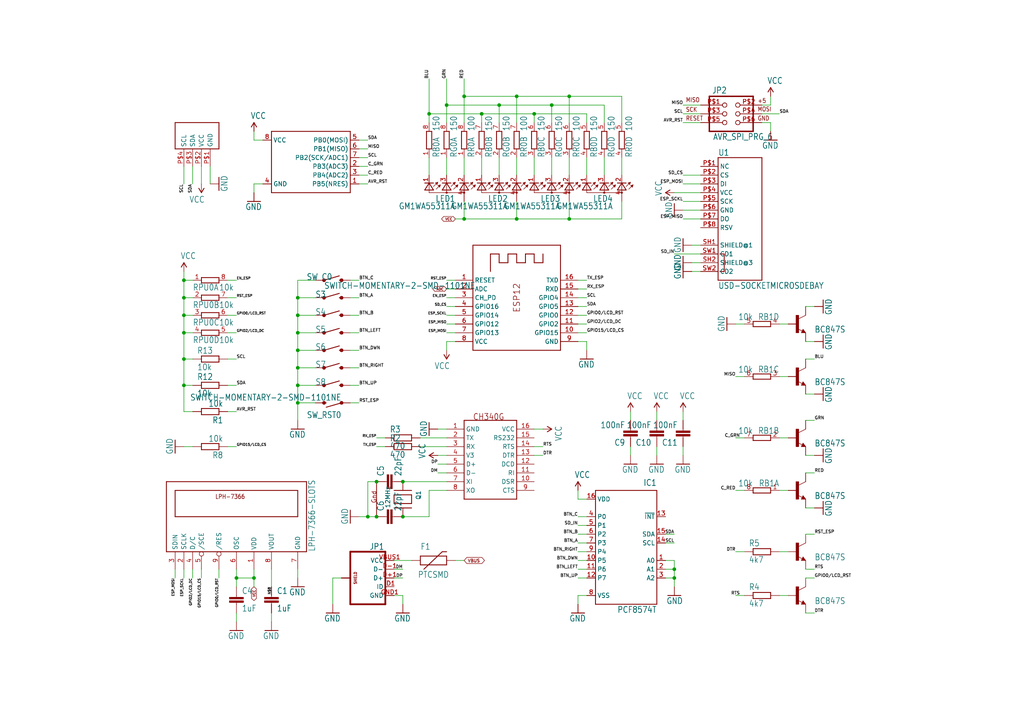
<source format=kicad_sch>
(kicad_sch (version 20231120) (generator "eeschema") (generator_version "8.0")
  (paper "A4")
  (junction (at 149.86 63.5))
  (junction (at 134.62 27.94))
  (junction (at 53.34 96.52))
  (junction (at 106.68 149.86))
  (junction (at 109.22 149.86))
  (junction (at 139.7 33.02))
  (junction (at 68.58 167.64))
  (junction (at 134.62 63.5))
  (junction (at 86.36 91.44))
  (junction (at 144.78 30.48))
  (junction (at 86.36 111.76))
  (junction (at 116.84 139.7))
  (junction (at 53.34 111.76))
  (junction (at 86.36 96.52))
  (junction (at 53.34 91.44))
  (junction (at 149.86 27.94))
  (junction (at 73.66 167.64))
  (junction (at 86.36 116.84))
  (junction (at 129.54 30.48))
  (junction (at 116.84 149.86))
  (junction (at 86.36 101.6))
  (junction (at 86.36 86.36))
  (junction (at 53.34 86.36))
  (junction (at 53.34 104.14))
  (junction (at 86.36 106.68))
  (junction (at 165.1 27.94))
  (junction (at 160.02 30.48))
  (junction (at 53.34 81.28))
  (junction (at 154.94 33.02))
  (junction (at 165.1 63.5))
  (junction (at 195.58 167.64))
  (junction (at 124.46 33.02))
  (junction (at 109.22 139.7))
  (junction (at 195.58 165.1))
  (wire (pts (xy 129.54 30.48) (xy 129.54 22.86)) (stroke (width 0.1524)))
  (wire (pts (xy 180.34 50.8) (xy 180.34 45.72)) (stroke (width 0.1524)))
  (wire (pts (xy 154.94 33.02) (xy 170.18 33.02)) (stroke (width 0.1524)))
  (wire (pts (xy 101.6 116.84) (xy 104.14 116.84)) (stroke (width 0.1524)))
  (wire (pts (xy 132.08 88.9) (xy 129.54 88.9)) (stroke (width 0.1524)))
  (wire (pts (xy 215.9 93.98) (xy 213.36 93.98)) (stroke (width 0.1524)))
  (wire (pts (xy 55.88 119.38) (xy 53.34 119.38)) (stroke (width 0.1524)))
  (wire (pts (xy 190.5 119.38) (xy 190.5 121.92)) (stroke (width 0.1524)))
  (wire (pts (xy 167.64 172.72) (xy 167.64 175.26)) (stroke (width 0.1524)))
  (wire (pts (xy 53.34 111.76) (xy 53.34 119.38)) (stroke (width 0.1524)))
  (wire (pts (xy 116.84 172.72) (xy 116.84 175.26)) (stroke (width 0.1524)))
  (wire (pts (xy 203.2 53.34) (xy 198.12 53.34)) (stroke (width 0.1524)))
  (wire (pts (xy 170.18 149.86) (xy 167.64 149.86)) (stroke (width 0.1524)))
  (wire (pts (xy 228.6 109.22) (xy 226.06 109.22)) (stroke (width 0.1524)))
  (wire (pts (xy 78.74 180.34) (xy 78.74 177.8)) (stroke (width 0.1524)))
  (wire (pts (xy 233.68 177.8) (xy 236.22 177.8)) (stroke (width 0.1524)))
  (wire (pts (xy 73.66 167.64) (xy 73.66 170.18)) (stroke (width 0.1524)))
  (wire (pts (xy 170.18 144.78) (xy 167.64 144.78)) (stroke (width 0.1524)))
  (wire (pts (xy 203.2 71.12) (xy 200.66 71.12)) (stroke (width 0.1524)))
  (wire (pts (xy 233.68 88.9) (xy 236.22 88.9)) (stroke (width 0.1524)))
  (wire (pts (xy 66.04 91.44) (xy 68.58 91.44)) (stroke (width 0.1524)))
  (wire (pts (xy 111.76 127) (xy 109.22 127)) (stroke (width 0.1524)))
  (wire (pts (xy 124.46 142.24) (xy 124.46 149.86)) (stroke (width 0.1524)))
  (wire (pts (xy 124.46 35.56) (xy 124.46 33.02)) (stroke (width 0.1524)))
  (wire (pts (xy 170.18 152.4) (xy 167.64 152.4)) (stroke (width 0.1524)))
  (wire (pts (xy 96.52 167.64) (xy 96.52 175.26)) (stroke (width 0.1524)))
  (wire (pts (xy 215.9 127) (xy 213.36 127)) (stroke (width 0.1524)))
  (wire (pts (xy 50.8 165.1) (xy 50.8 167.64)) (stroke (width 0.1524)))
  (wire (pts (xy 139.7 33.02) (xy 154.94 33.02)) (stroke (width 0.1524)))
  (wire (pts (xy 223.52 30.48) (xy 223.52 27.94)) (stroke (width 0.1524)))
  (wire (pts (xy 104.14 50.8) (xy 106.68 50.8)) (stroke (width 0.1524)))
  (wire (pts (xy 53.34 96.52) (xy 53.34 91.44)) (stroke (width 0.1524)))
  (wire (pts (xy 165.1 50.8) (xy 165.1 45.72)) (stroke (width 0.1524)))
  (wire (pts (xy 53.34 86.36) (xy 55.88 86.36)) (stroke (width 0.1524)))
  (wire (pts (xy 160.02 50.8) (xy 160.02 45.72)) (stroke (width 0.1524)))
  (wire (pts (xy 124.46 142.24) (xy 129.54 142.24)) (stroke (width 0.1524)))
  (wire (pts (xy 91.44 86.36) (xy 86.36 86.36)) (stroke (width 0.1524)))
  (wire (pts (xy 170.18 160.02) (xy 167.64 160.02)) (stroke (width 0.1524)))
  (wire (pts (xy 53.34 86.36) (xy 53.34 91.44)) (stroke (width 0.1524)))
  (wire (pts (xy 170.18 154.94) (xy 167.64 154.94)) (stroke (width 0.1524)))
  (wire (pts (xy 139.7 50.8) (xy 139.7 45.72)) (stroke (width 0.1524)))
  (wire (pts (xy 228.6 127) (xy 226.06 127)) (stroke (width 0.1524)))
  (wire (pts (xy 195.58 55.88) (xy 203.2 55.88)) (stroke (width 0.1524)))
  (wire (pts (xy 66.04 81.28) (xy 68.58 81.28)) (stroke (width 0.1524)))
  (wire (pts (xy 165.1 27.94) (xy 180.34 27.94)) (stroke (width 0.1524)))
  (wire (pts (xy 167.64 93.98) (xy 170.18 93.98)) (stroke (width 0.1524)))
  (wire (pts (xy 220.98 30.48) (xy 223.52 30.48)) (stroke (width 0.1524)))
  (wire (pts (xy 76.2 53.34) (xy 73.66 53.34)) (stroke (width 0.1524)))
  (wire (pts (xy 215.9 172.72) (xy 213.36 172.72)) (stroke (width 0.1524)))
  (wire (pts (xy 170.18 157.48) (xy 167.64 157.48)) (stroke (width 0.1524)))
  (wire (pts (xy 167.64 96.52) (xy 170.18 96.52)) (stroke (width 0.1524)))
  (wire (pts (xy 68.58 167.64) (xy 68.58 170.18)) (stroke (width 0.1524)))
  (wire (pts (xy 180.34 27.94) (xy 180.34 35.56)) (stroke (width 0.1524)))
  (wire (pts (xy 101.6 96.52) (xy 104.14 96.52)) (stroke (width 0.1524)))
  (wire (pts (xy 195.58 162.56) (xy 195.58 165.1)) (stroke (width 0.1524)))
  (wire (pts (xy 101.6 81.28) (xy 104.14 81.28)) (stroke (width 0.1524)))
  (wire (pts (xy 129.54 137.16) (xy 127 137.16)) (stroke (width 0.1524)))
  (wire (pts (xy 78.74 165.1) (xy 78.74 170.18)) (stroke (width 0.1524)))
  (wire (pts (xy 233.68 99.06) (xy 236.22 99.06)) (stroke (width 0.1524)))
  (wire (pts (xy 134.62 27.94) (xy 149.86 27.94)) (stroke (width 0.1524)))
  (wire (pts (xy 101.6 86.36) (xy 104.14 86.36)) (stroke (width 0.1524)))
  (wire (pts (xy 132.08 83.82) (xy 129.54 83.82)) (stroke (width 0.1524)))
  (wire (pts (xy 149.86 27.94) (xy 165.1 27.94)) (stroke (width 0.1524)))
  (wire (pts (xy 203.2 35.56) (xy 198.12 35.56)) (stroke (width 0.1524)))
  (wire (pts (xy 129.54 99.06) (xy 129.54 101.6)) (stroke (width 0.1524)))
  (wire (pts (xy 233.68 132.08) (xy 236.22 132.08)) (stroke (width 0.1524)))
  (wire (pts (xy 104.14 53.34) (xy 106.68 53.34)) (stroke (width 0.1524)))
  (wire (pts (xy 86.36 111.76) (xy 91.44 111.76)) (stroke (width 0.1524)))
  (wire (pts (xy 53.34 81.28) (xy 53.34 86.36)) (stroke (width 0.1524)))
  (wire (pts (xy 114.3 167.64) (xy 116.84 167.64)) (stroke (width 0.1524)))
  (wire (pts (xy 104.14 45.72) (xy 106.68 45.72)) (stroke (width 0.1524)))
  (wire (pts (xy 86.36 86.36) (xy 86.36 91.44)) (stroke (width 0.1524)))
  (wire (pts (xy 182.88 119.38) (xy 182.88 121.92)) (stroke (width 0.1524)))
  (wire (pts (xy 53.34 104.14) (xy 53.34 111.76)) (stroke (width 0.1524)))
  (wire (pts (xy 91.44 96.52) (xy 86.36 96.52)) (stroke (width 0.1524)))
  (wire (pts (xy 144.78 35.56) (xy 144.78 30.48)) (stroke (width 0.1524)))
  (wire (pts (xy 144.78 30.48) (xy 160.02 30.48)) (stroke (width 0.1524)))
  (wire (pts (xy 132.08 81.28) (xy 129.54 81.28)) (stroke (width 0.1524)))
  (wire (pts (xy 160.02 30.48) (xy 175.26 30.48)) (stroke (width 0.1524)))
  (wire (pts (xy 149.86 35.56) (xy 149.86 27.94)) (stroke (width 0.1524)))
  (wire (pts (xy 53.34 78.74) (xy 53.34 81.28)) (stroke (width 0.1524)))
  (wire (pts (xy 114.3 165.1) (xy 116.84 165.1)) (stroke (width 0.1524)))
  (wire (pts (xy 114.3 172.72) (xy 116.84 172.72)) (stroke (width 0.1524)))
  (wire (pts (xy 170.18 162.56) (xy 167.64 162.56)) (stroke (width 0.1524)))
  (wire (pts (xy 86.36 111.76) (xy 86.36 116.84)) (stroke (width 0.1524)))
  (wire (pts (xy 129.54 134.62) (xy 127 134.62)) (stroke (width 0.1524)))
  (wire (pts (xy 160.02 35.56) (xy 160.02 30.48)) (stroke (width 0.1524)))
  (wire (pts (xy 233.68 167.64) (xy 236.22 167.64)) (stroke (width 0.1524)))
  (wire (pts (xy 132.08 86.36) (xy 129.54 86.36)) (stroke (width 0.1524)))
  (wire (pts (xy 170.18 167.64) (xy 167.64 167.64)) (stroke (width 0.1524)))
  (wire (pts (xy 215.9 160.02) (xy 213.36 160.02)) (stroke (width 0.1524)))
  (wire (pts (xy 203.2 76.2) (xy 200.66 76.2)) (stroke (width 0.1524)))
  (wire (pts (xy 195.58 165.1) (xy 193.04 165.1)) (stroke (width 0.1524)))
  (wire (pts (xy 195.58 167.64) (xy 195.58 165.1)) (stroke (width 0.1524)))
  (wire (pts (xy 233.68 165.1) (xy 236.22 165.1)) (stroke (width 0.1524)))
  (wire (pts (xy 86.36 91.44) (xy 86.36 96.52)) (stroke (width 0.1524)))
  (wire (pts (xy 195.58 170.18) (xy 195.58 167.64)) (stroke (width 0.1524)))
  (wire (pts (xy 233.68 121.92) (xy 236.22 121.92)) (stroke (width 0.1524)))
  (wire (pts (xy 167.64 83.82) (xy 170.18 83.82)) (stroke (width 0.1524)))
  (wire (pts (xy 114.3 162.56) (xy 119.38 162.56)) (stroke (width 0.1524)))
  (wire (pts (xy 86.36 106.68) (xy 86.36 111.76)) (stroke (width 0.1524)))
  (wire (pts (xy 73.66 167.64) (xy 68.58 167.64)) (stroke (width 0.1524)))
  (wire (pts (xy 193.04 167.64) (xy 195.58 167.64)) (stroke (width 0.1524)))
  (wire (pts (xy 154.94 50.8) (xy 154.94 45.72)) (stroke (width 0.1524)))
  (wire (pts (xy 149.86 58.42) (xy 149.86 63.5)) (stroke (width 0.1524)))
  (wire (pts (xy 73.66 165.1) (xy 73.66 167.64)) (stroke (width 0.1524)))
  (wire (pts (xy 86.36 116.84) (xy 86.36 121.92)) (stroke (width 0.1524)))
  (wire (pts (xy 129.54 124.46) (xy 127 124.46)) (stroke (width 0.1524)))
  (wire (pts (xy 55.88 96.52) (xy 53.34 96.52)) (stroke (width 0.1524)))
  (wire (pts (xy 104.14 48.26) (xy 106.68 48.26)) (stroke (width 0.1524)))
  (wire (pts (xy 190.5 129.54) (xy 190.5 132.08)) (stroke (width 0.1524)))
  (wire (pts (xy 91.44 106.68) (xy 86.36 106.68)) (stroke (width 0.1524)))
  (wire (pts (xy 101.6 106.68) (xy 104.14 106.68)) (stroke (width 0.1524)))
  (wire (pts (xy 149.86 63.5) (xy 134.62 63.5)) (stroke (width 0.1524)))
  (wire (pts (xy 170.18 165.1) (xy 167.64 165.1)) (stroke (width 0.1524)))
  (wire (pts (xy 86.36 81.28) (xy 91.44 81.28)) (stroke (width 0.1524)))
  (wire (pts (xy 106.68 139.7) (xy 106.68 149.86)) (stroke (width 0.1524)))
  (wire (pts (xy 55.88 165.1) (xy 55.88 167.64)) (stroke (width 0.1524)))
  (wire (pts (xy 53.34 111.76) (xy 55.88 111.76)) (stroke (width 0.1524)))
  (wire (pts (xy 66.04 129.54) (xy 68.58 129.54)) (stroke (width 0.1524)))
  (wire (pts (xy 66.04 86.36) (xy 68.58 86.36)) (stroke (width 0.1524)))
  (wire (pts (xy 101.6 111.76) (xy 104.14 111.76)) (stroke (width 0.1524)))
  (wire (pts (xy 180.34 63.5) (xy 165.1 63.5)) (stroke (width 0.1524)))
  (wire (pts (xy 149.86 50.8) (xy 149.86 45.72)) (stroke (width 0.1524)))
  (wire (pts (xy 182.88 129.54) (xy 182.88 132.08)) (stroke (width 0.1524)))
  (wire (pts (xy 91.44 91.44) (xy 86.36 91.44)) (stroke (width 0.1524)))
  (wire (pts (xy 167.64 88.9) (xy 170.18 88.9)) (stroke (width 0.1524)))
  (wire (pts (xy 167.64 144.78) (xy 167.64 142.24)) (stroke (width 0.1524)))
  (wire (pts (xy 134.62 35.56) (xy 134.62 27.94)) (stroke (width 0.1524)))
  (wire (pts (xy 129.54 139.7) (xy 116.84 139.7)) (stroke (width 0.1524)))
  (wire (pts (xy 132.08 91.44) (xy 129.54 91.44)) (stroke (width 0.1524)))
  (wire (pts (xy 132.08 96.52) (xy 129.54 96.52)) (stroke (width 0.1524)))
  (wire (pts (xy 170.18 99.06) (xy 167.64 99.06)) (stroke (width 0.1524)))
  (wire (pts (xy 170.18 50.8) (xy 170.18 45.72)) (stroke (width 0.1524)))
  (wire (pts (xy 198.12 119.38) (xy 198.12 121.92)) (stroke (width 0.1524)))
  (wire (pts (xy 134.62 63.5) (xy 132.08 63.5)) (stroke (width 0.1524)))
  (wire (pts (xy 134.62 27.94) (xy 134.62 22.86)) (stroke (width 0.1524)))
  (wire (pts (xy 124.46 50.8) (xy 124.46 45.72)) (stroke (width 0.1524)))
  (wire (pts (xy 165.1 35.56) (xy 165.1 27.94)) (stroke (width 0.1524)))
  (wire (pts (xy 101.6 91.44) (xy 104.14 91.44)) (stroke (width 0.1524)))
  (wire (pts (xy 226.06 172.72) (xy 228.6 172.72)) (stroke (width 0.1524)))
  (wire (pts (xy 68.58 119.38) (xy 66.04 119.38)) (stroke (width 0.1524)))
  (wire (pts (xy 66.04 96.52) (xy 68.58 96.52)) (stroke (width 0.1524)))
  (wire (pts (xy 154.94 129.54) (xy 157.48 129.54)) (stroke (width 0.1524)))
  (wire (pts (xy 129.54 132.08) (xy 127 132.08)) (stroke (width 0.1524)))
  (wire (pts (xy 124.46 33.02) (xy 139.7 33.02)) (stroke (width 0.1524)))
  (wire (pts (xy 170.18 101.6) (xy 170.18 99.06)) (stroke (width 0.1524)))
  (wire (pts (xy 132.08 99.06) (xy 129.54 99.06)) (stroke (width 0.1524)))
  (wire (pts (xy 86.36 96.52) (xy 86.36 101.6)) (stroke (width 0.1524)))
  (wire (pts (xy 53.34 165.1) (xy 53.34 167.64)) (stroke (width 0.1524)))
  (wire (pts (xy 180.34 58.42) (xy 180.34 63.5)) (stroke (width 0.1524)))
  (wire (pts (xy 233.68 114.3) (xy 236.22 114.3)) (stroke (width 0.1524)))
  (wire (pts (xy 132.08 93.98) (xy 129.54 93.98)) (stroke (width 0.1524)))
  (wire (pts (xy 203.2 78.74) (xy 200.66 78.74)) (stroke (width 0.1524)))
  (wire (pts (xy 203.2 73.66) (xy 195.58 73.66)) (stroke (width 0.1524)))
  (wire (pts (xy 55.88 48.26) (xy 55.88 53.34)) (stroke (width 0.1524)))
  (wire (pts (xy 198.12 129.54) (xy 198.12 132.08)) (stroke (width 0.1524)))
  (wire (pts (xy 220.98 35.56) (xy 223.52 35.56)) (stroke (width 0.1524)))
  (wire (pts (xy 236.22 147.32) (xy 233.68 147.32)) (stroke (width 0.1524)))
  (wire (pts (xy 154.94 132.08) (xy 157.48 132.08)) (stroke (width 0.1524)))
  (wire (pts (xy 121.92 127) (xy 129.54 127)) (stroke (width 0.1524)))
  (wire (pts (xy 193.04 154.94) (xy 195.58 154.94)) (stroke (width 0.1524)))
  (wire (pts (xy 203.2 50.8) (xy 198.12 50.8)) (stroke (width 0.1524)))
  (wire (pts (xy 132.08 162.56) (xy 134.62 162.56)) (stroke (width 0.1524)))
  (wire (pts (xy 91.44 101.6) (xy 86.36 101.6)) (stroke (width 0.1524)))
  (wire (pts (xy 53.34 91.44) (xy 55.88 91.44)) (stroke (width 0.1524)))
  (wire (pts (xy 104.14 149.86) (xy 106.68 149.86)) (stroke (width 0.1524)))
  (wire (pts (xy 58.42 165.1) (xy 58.42 167.64)) (stroke (width 0.1524)))
  (wire (pts (xy 53.34 96.52) (xy 53.34 104.14)) (stroke (width 0.1524)))
  (wire (pts (xy 167.64 91.44) (xy 170.18 91.44)) (stroke (width 0.1524)))
  (wire (pts (xy 124.46 149.86) (xy 116.84 149.86)) (stroke (width 0.1524)))
  (wire (pts (xy 66.04 111.76) (xy 68.58 111.76)) (stroke (width 0.1524)))
  (wire (pts (xy 233.68 154.94) (xy 236.22 154.94)) (stroke (width 0.1524)))
  (wire (pts (xy 170.18 33.02) (xy 170.18 35.56)) (stroke (width 0.1524)))
  (wire (pts (xy 134.62 50.8) (xy 134.62 45.72)) (stroke (width 0.1524)))
  (wire (pts (xy 58.42 48.26) (xy 58.42 53.34)) (stroke (width 0.1524)))
  (wire (pts (xy 106.68 149.86) (xy 109.22 149.86)) (stroke (width 0.1524)))
  (wire (pts (xy 167.64 86.36) (xy 170.18 86.36)) (stroke (width 0.1524)))
  (wire (pts (xy 228.6 142.24) (xy 226.06 142.24)) (stroke (width 0.1524)))
  (wire (pts (xy 203.2 30.48) (xy 198.12 30.48)) (stroke (width 0.1524)))
  (wire (pts (xy 109.22 139.7) (xy 106.68 139.7)) (stroke (width 0.1524)))
  (wire (pts (xy 193.04 157.48) (xy 195.58 157.48)) (stroke (width 0.1524)))
  (wire (pts (xy 104.14 40.64) (xy 106.68 40.64)) (stroke (width 0.1524)))
  (wire (pts (xy 223.52 35.56) (xy 223.52 38.1)) (stroke (width 0.1524)))
  (wire (pts (xy 99.06 167.64) (xy 96.52 167.64)) (stroke (width 0.1524)))
  (wire (pts (xy 215.9 142.24) (xy 213.36 142.24)) (stroke (width 0.1524)))
  (wire (pts (xy 129.54 35.56) (xy 129.54 30.48)) (stroke (width 0.1524)))
  (wire (pts (xy 233.68 104.14) (xy 236.22 104.14)) (stroke (width 0.1524)))
  (wire (pts (xy 193.04 162.56) (xy 195.58 162.56)) (stroke (width 0.1524)))
  (wire (pts (xy 101.6 101.6) (xy 104.14 101.6)) (stroke (width 0.1524)))
  (wire (pts (xy 203.2 63.5) (xy 198.12 63.5)) (stroke (width 0.1524)))
  (wire (pts (xy 63.5 165.1) (xy 63.5 167.64)) (stroke (width 0.1524)))
  (wire (pts (xy 165.1 63.5) (xy 149.86 63.5)) (stroke (width 0.1524)))
  (wire (pts (xy 203.2 58.42) (xy 198.12 58.42)) (stroke (width 0.1524)))
  (wire (pts (xy 233.68 137.16) (xy 236.22 137.16)) (stroke (width 0.1524)))
  (wire (pts (xy 76.2 40.64) (xy 73.66 40.64)) (stroke (width 0.1524)))
  (wire (pts (xy 68.58 177.8) (xy 68.58 180.34)) (stroke (width 0.1524)))
  (wire (pts (xy 121.92 129.54) (xy 129.54 129.54)) (stroke (width 0.1524)))
  (wire (pts (xy 154.94 35.56) (xy 154.94 33.02)) (stroke (width 0.1524)))
  (wire (pts (xy 53.34 48.26) (xy 53.34 53.34)) (stroke (width 0.1524)))
  (wire (pts (xy 91.44 116.84) (xy 86.36 116.84)) (stroke (width 0.1524)))
  (wire (pts (xy 170.18 172.72) (xy 167.64 172.72)) (stroke (width 0.1524)))
  (wire (pts (xy 139.7 35.56) (xy 139.7 33.02)) (stroke (width 0.1524)))
  (wire (pts (xy 86.36 165.1) (xy 86.36 167.64)) (stroke (width 0.1524)))
  (wire (pts (xy 73.66 40.64) (xy 73.66 38.1)) (stroke (width 0.1524)))
  (wire (pts (xy 134.62 63.5) (xy 134.62 58.42)) (stroke (width 0.1524)))
  (wire (pts (xy 203.2 60.96) (xy 198.12 60.96)) (stroke (width 0.1524)))
  (wire (pts (xy 53.34 81.28) (xy 55.88 81.28)) (stroke (width 0.1524)))
  (wire (pts (xy 124.46 33.02) (xy 124.46 22.86)) (stroke (width 0.1524)))
  (wire (pts (xy 165.1 58.42) (xy 165.1 63.5)) (stroke (width 0.1524)))
  (wire (pts (xy 66.04 104.14) (xy 68.58 104.14)) (stroke (width 0.1524)))
  (wire (pts (xy 175.26 30.48) (xy 175.26 35.56)) (stroke (width 0.1524)))
  (wire (pts (xy 175.26 50.8) (xy 175.26 45.72)) (stroke (width 0.1524)))
  (wire (pts (xy 220.98 33.02) (xy 226.06 33.02)) (stroke (width 0.1524)))
  (wire (pts (xy 167.64 81.28) (xy 170.18 81.28)) (stroke (width 0.1524)))
  (wire (pts (xy 111.76 129.54) (xy 109.22 129.54)) (stroke (width 0.1524)))
  (wire (pts (xy 86.36 86.36) (xy 86.36 81.28)) (stroke (width 0.1524)))
  (wire (pts (xy 226.06 160.02) (xy 228.6 160.02)) (stroke (width 0.1524)))
  (wire (pts (xy 129.54 50.8) (xy 129.54 45.72)) (stroke (width 0.1524)))
  (wire (pts (xy 86.36 101.6) (xy 86.36 106.68)) (stroke (width 0.1524)))
  (wire (pts (xy 60.96 48.26) (xy 60.96 53.34)) (stroke (width 0.1524)))
  (wire (pts (xy 53.34 129.54) (xy 55.88 129.54)) (stroke (width 0.1524)))
  (wire (pts (xy 73.66 53.34) (xy 73.66 55.88)) (stroke (width 0.1524)))
  (wire (pts (xy 53.34 104.14) (xy 55.88 104.14)) (stroke (width 0.1524)))
  (wire (pts (xy 68.58 165.1) (xy 68.58 167.64)) (stroke (width 0.1524)))
  (wire (pts (xy 104.14 43.18) (xy 106.68 43.18)) (stroke (width 0.1524)))
  (wire (pts (xy 154.94 124.46) (xy 157.48 124.46)) (stroke (width 0.1524)))
  (wire (pts (xy 129.54 30.48) (xy 144.78 30.48)) (stroke (width 0.1524)))
  (wire (pts (xy 203.2 33.02) (xy 198.12 33.02)) (stroke (width 0.1524)))
  (wire (pts (xy 215.9 109.22) (xy 213.36 109.22)) (stroke (width 0.1524)))
  (wire (pts (xy 144.78 50.8) (xy 144.78 45.72)) (stroke (width 0.1524)))
  (wire (pts (xy 228.6 93.98) (xy 226.06 93.98)) (stroke (width 0.1524)))
  (label "RST_ESP" (at 104.14 116.84 0) (effects (font (size 0.889 0.889))))
  (label "ESP_MISO" (at 129.54 93.98 180) (effects (font (size 0.7112 0.7112))))
  (label "GRN" (at 129.54 22.86 90) (effects (font (size 0.889 0.889))))
  (label "SDA" (at 68.58 111.76 0) (effects (font (size 0.889 0.889))))
  (label "RTS" (at 157.48 129.54 0) (effects (font (size 0.889 0.889))))
  (label "ESP_SCKL" (at 129.54 91.44 180) (effects (font (size 0.7112 0.7112))))
  (label "RX_ESP" (at 170.18 83.82 0) (effects (font (size 0.889 0.889))))
  (label "GPIO0/LCD_RST" (at 63.5 167.64 270) (effects (font (size 0.7112 0.7112))))
  (label "GPIO0/LCD_RST" (at 236.22 167.64 0) (effects (font (size 0.889 0.889))))
  (label "BTN_UP" (at 167.64 167.64 180) (effects (font (size 0.889 0.889))))
  (label "SDA" (at 226.06 33.02 0) (effects (font (size 0.889 0.889))))
  (label "DP" (at 127 134.62 180) (effects (font (size 0.889 0.889))))
  (label "GRN" (at 236.22 121.92 0) (effects (font (size 0.889 0.889))))
  (label "RTS" (at 214.63 172.72 180) (effects (font (size 0.889 0.889))))
  (label "RST_ESP" (at 129.54 81.28 180) (effects (font (size 0.7112 0.7112))))
  (label "GPIO15/LCD_CS" (at 170.18 96.52 0) (effects (font (size 0.889 0.889))))
  (label "BTN_B" (at 104.14 91.44 0) (effects (font (size 0.889 0.889))))
  (label "BTN_B" (at 167.64 154.94 180) (effects (font (size 0.889 0.889))))
  (label "BTN_RIGHT" (at 167.64 160.02 180) (effects (font (size 0.889 0.889))))
  (label "GPIO0/LCD_RST" (at 68.58 91.44 0) (effects (font (size 0.7112 0.7112))))
  (label "DTR" (at 157.48 132.08 0) (effects (font (size 0.889 0.889))))
  (label "RST_ESP" (at 68.58 86.36 0) (effects (font (size 0.7112 0.7112))))
  (label "BLU" (at 236.22 104.14 0) (effects (font (size 0.889 0.889))))
  (label "SDA" (at 170.18 88.9 0) (effects (font (size 0.889 0.889))))
  (label "RED" (at 134.62 22.86 90) (effects (font (size 0.889 0.889))))
  (label "ESP_MOSI" (at 198.12 53.34 180) (effects (font (size 0.889 0.889))))
  (label "SCL" (at 195.58 157.48 180) (effects (font (size 0.889 0.889))))
  (label "DM" (at 127 137.16 180) (effects (font (size 0.889 0.889))))
  (label "DP" (at 116.84 167.64 180) (effects (font (size 0.889 0.889))))
  (label "BTN_A" (at 167.64 157.48 180) (effects (font (size 0.889 0.889))))
  (label "BTN_LEFT" (at 104.14 96.52 0) (effects (font (size 0.889 0.889))))
  (label "TX_ESP" (at 109.22 129.54 180) (effects (font (size 0.7112 0.7112))))
  (label "SD_CS" (at 198.12 50.8 180) (effects (font (size 0.889 0.889))))
  (label "GPIO2/LCD_DC" (at 170.18 93.98 0) (effects (font (size 0.889 0.889))))
  (label "SCL" (at 170.18 86.36 0) (effects (font (size 0.889 0.889))))
  (label "N$8" (at 78.74 170.18 270) (effects (font (size 0.7112 0.7112))))
  (label "SCL" (at 198.12 33.02 180) (effects (font (size 0.889 0.889))))
  (label "TX_ESP" (at 170.18 81.28 0) (effects (font (size 0.889 0.889))))
  (label "AVR_RST" (at 198.12 35.56 180) (effects (font (size 0.889 0.889))))
  (label "SD_IN" (at 195.58 73.66 180) (effects (font (size 0.889 0.889))))
  (label "EN_ESP" (at 129.54 86.36 180) (effects (font (size 0.7112 0.7112))))
  (label "C_GRN" (at 214.63 127 180) (effects (font (size 0.889 0.889))))
  (label "GPIO0/LCD_RST" (at 170.18 91.44 0) (effects (font (size 0.889 0.889))))
  (label "C_RED" (at 213.36 142.24 180) (effects (font (size 0.889 0.889))))
  (label "MISO" (at 213.36 109.22 180) (effects (font (size 0.889 0.889))))
  (label "BTN_C" (at 167.64 149.86 180) (effects (font (size 0.889 0.889))))
  (label "SDA" (at 195.58 154.94 180) (effects (font (size 0.889 0.889))))
  (label "GPIO15/LCD_CS" (at 68.58 129.54 0) (effects (font (size 0.7112 0.7112))))
  (label "SD_CS" (at 129.54 88.9 180) (effects (font (size 0.7112 0.7112))))
  (label "SCL" (at 53.34 53.34 270) (effects (font (size 0.889 0.889))))
  (label "C_RED" (at 106.68 50.8 0) (effects (font (size 0.889 0.889))))
  (label "AVR_RST" (at 106.68 53.34 0) (effects (font (size 0.889 0.889))))
  (label "GPIO2/LCD_DC" (at 55.88 167.64 270) (effects (font (size 0.7112 0.7112))))
  (label "SD_IN" (at 167.64 152.4 180) (effects (font (size 0.889 0.889))))
  (label "AVR_RST" (at 68.58 119.38 0) (effects (font (size 0.889 0.889))))
  (label "BTN_DWN" (at 104.14 101.6 0) (effects (font (size 0.889 0.889))))
  (label "ESP_MOSI" (at 50.8 167.64 270) (effects (font (size 0.7112 0.7112))))
  (label "C_GRN" (at 106.68 48.26 0) (effects (font (size 0.889 0.889))))
  (label "ESP_MOSI" (at 129.54 96.52 180) (effects (font (size 0.7112 0.7112))))
  (label "EN_ESP" (at 68.58 81.28 0) (effects (font (size 0.7112 0.7112))))
  (label "SCL" (at 68.58 104.14 0) (effects (font (size 0.889 0.889))))
  (label "ESP_SCKL" (at 198.12 58.42 180) (effects (font (size 0.889 0.889))))
  (label "GPIO2/LCD_DC" (at 68.58 96.52 0) (effects (font (size 0.7112 0.7112))))
  (label "RX_ESP" (at 109.22 127 180) (effects (font (size 0.7112 0.7112))))
  (label "GPIO15/LCD_CS" (at 58.42 167.64 270) (effects (font (size 0.7112 0.7112))))
  (label "MISO" (at 198.12 30.48 180) (effects (font (size 0.889 0.889))))
  (label "MISO" (at 106.68 43.18 0) (effects (font (size 0.889 0.889))))
  (label "SDA" (at 106.68 40.64 0) (effects (font (size 0.889 0.889))))
  (label "BTN_DWN" (at 167.64 162.56 180) (effects (font (size 0.889 0.889))))
  (label "BTN_C" (at 104.14 81.28 0) (effects (font (size 0.889 0.889))))
  (label "DM" (at 116.84 165.1 180) (effects (font (size 0.889 0.889))))
  (label "BTN_LEFT" (at 167.64 165.1 180) (effects (font (size 0.889 0.889))))
  (label "ESP_MISO" (at 198.12 63.5 180) (effects (font (size 0.889 0.889))))
  (label "ESP_SCKL" (at 53.34 167.64 270) (effects (font (size 0.7112 0.7112))))
  (label "RST_ESP" (at 236.22 154.94 0) (effects (font (size 0.889 0.889))))
  (label "RTS" (at 236.22 165.1 0) (effects (font (size 0.889 0.889))))
  (label "DTR" (at 213.36 160.02 180) (effects (font (size 0.889 0.889))))
  (label "BLU" (at 124.46 22.86 90) (effects (font (size 0.889 0.889))))
  (label "DTR" (at 236.22 177.8 0) (effects (font (size 0.889 0.889))))
  (label "SCL" (at 106.68 45.72 0) (effects (font (size 0.889 0.889))))
  (label "BTN_RIGHT" (at 104.14 106.68 0) (effects (font (size 0.889 0.889))))
  (label "BTN_A" (at 104.14 86.36 0) (effects (font (size 0.889 0.889))))
  (label "SDA" (at 55.88 53.34 270) (effects (font (size 0.889 0.889))))
  (label "RED" (at 236.22 137.16 0) (effects (font (size 0.889 0.889))))
  (label "BTN_UP" (at 104.14 111.76 0) (effects (font (size 0.889 0.889))))
  (global_label "VCC" (shape bidirectional) (at 73.66 170.18 270) (effects (font (size 0.7112 0.7112))) (property "Intersheetrefs" "${INTERSHEET_REFS}" (effects (hide yes))))
  (global_label "VCC" (shape bidirectional) (at 132.08 63.5 180) (effects (font (size 0.7112 0.7112))) (property "Intersheetrefs" "${INTERSHEET_REFS}" (effects (hide yes))))
  (global_label "ADC" (shape bidirectional) (at 129.54 83.82 180) (effects (font (size 0.7112 0.7112))) (property "Intersheetrefs" "${INTERSHEET_REFS}" (effects (hide yes))))
  (global_label "VBUS" (shape bidirectional) (at 134.62 162.56 0) (effects (font (size 0.889 0.889))) (property "Intersheetrefs" "${INTERSHEET_REFS}" (effects (hide yes))))
  (symbol (lib_id "LAMEBOY-eagle-import:4R-N0603-ARC") (at 139.7 40.64 90) (unit 2)
    (property "Reference" "RB0" (at 142.748 45.72 0) (effects (font (size 1.778 1.5113)) (justify left bottom)))
    (property "Value" "150" (at 142.748 38.1 0) (effects (font (size 1.778 1.5113)) (justify left bottom)))
    (property "Footprint" "LAMEBOY:0603-ARC" (effects (hide yes)))
  )
  (symbol (lib_id "LAMEBOY-eagle-import:VCC") (at 167.64 142.24 0) (unit 1)
    (property "Reference" "#SUPPLY8" (effects (hide yes)))
    (property "Value" "VCC" (at 166.624 138.684 0) (effects (font (size 1.778 1.5113)) (justify left bottom)))
  )
  (symbol (lib_id "LAMEBOY-eagle-import:LPH-7366-SLOTS") (at 68.58 147.32 90) (unit 1)
    (property "Reference" "U$1" (effects (hide yes)))
    (property "Value" "LPH-7366-SLOTS" (at 91.44 160.02 0) (effects (font (size 1.778 1.5113)) (justify left bottom)))
    (property "Footprint" "LAMEBOY:LPH-7366-SLOTS" (effects (hide yes)))
  )
  (symbol (lib_id "LAMEBOY-eagle-import:VCC") (at 198.12 119.38 0) (unit 1)
    (property "Reference" "#SUPPLY11" (effects (hide yes)))
    (property "Value" "VCC" (at 197.104 115.824 0) (effects (font (size 1.778 1.5113)) (justify left bottom)))
  )
  (symbol (lib_id "LAMEBOY-eagle-import:R-EU_ONEFITSALL") (at 60.96 129.54 180) (unit 1)
    (property "Reference" "R8" (at 64.77 131.0386 0) (effects (font (size 1.778 1.5113)) (justify left bottom)))
    (property "Value" "10k" (at 64.77 126.238 0) (effects (font (size 1.778 1.5113)) (justify left bottom)))
    (property "Footprint" "LAMEBOY:ONEFITSALL" (effects (hide yes)))
  )
  (symbol (lib_id "LAMEBOY-eagle-import:GM1WA55311A") (at 144.78 55.88 180) (unit 1)
    (property "Reference" "LED2" (at 147.32 56.642 0) (effects (font (size 1.778 1.5113)) (justify left bottom)))
    (property "Value" "GM1WA55311A" (at 147.32 58.801 0) (effects (font (size 1.778 1.5113)) (justify left bottom)))
    (property "Footprint" "LAMEBOY:GM1WA55311A" (effects (hide yes)))
  )
  (symbol (lib_id "LAMEBOY-eagle-import:PTCSMD") (at 124.46 162.56 0) (unit 1)
    (property "Reference" "F1" (at 121.92 159.512 0) (effects (font (size 1.778 1.5113)) (justify left bottom)))
    (property "Value" "PTCSMD" (at 121.158 167.64 0) (effects (font (size 1.778 1.5113)) (justify left bottom)))
    (property "Footprint" "LAMEBOY:PTC-1206" (effects (hide yes)))
  )
  (symbol (lib_id "LAMEBOY-eagle-import:C-EUONEFITSALL") (at 78.74 172.72 0) (unit 1)
    (property "Reference" "C1" (at 80.264 172.339 0) (effects (font (size 1.778 1.5113)) (justify left bottom)))
    (property "Value" "1uF" (at 80.264 177.419 0) (effects (font (size 1.778 1.5113)) (justify left bottom)))
    (property "Footprint" "LAMEBOY:ONEFITSALL" (effects (hide yes)))
  )
  (symbol (lib_id "LAMEBOY-eagle-import:SWITCH-MOMENTARY-2SMD-4") (at 96.52 96.52 0) (unit 1)
    (property "Reference" "S5" (at 91.44 96.52 0) (effects (font (size 1.778 1.5113)) (justify left bottom)))
    (property "Value" "SWITCH-MOMENTARY-2SMD-4" (effects (hide yes)))
    (property "Footprint" "LAMEBOY:TACTILE_SWITCH_TALL" (effects (hide yes)))
  )
  (symbol (lib_id "LAMEBOY-eagle-import:4R-N0603-ARC") (at 149.86 40.64 90) (unit 2)
    (property "Reference" "RR0" (at 152.908 45.72 0) (effects (font (size 1.778 1.5113)) (justify left bottom)))
    (property "Value" "100" (at 152.908 38.1 0) (effects (font (size 1.778 1.5113)) (justify left bottom)))
    (property "Footprint" "LAMEBOY:0603-ARC" (effects (hide yes)))
  )
  (symbol (lib_id "LAMEBOY-eagle-import:SWITCH-MOMENTARY-2-SMD-1101NE") (at 96.52 116.84 180) (unit 1)
    (property "Reference" "SW_RST0" (at 99.06 119.38 0) (effects (font (size 1.778 1.5113)) (justify left bottom)))
    (property "Value" "SWITCH-MOMENTARY-2-SMD-1101NE" (at 99.06 114.3 0) (effects (font (size 1.778 1.5113)) (justify left bottom)))
    (property "Footprint" "LAMEBOY:TACTILE-SWITCH-1101NE" (effects (hide yes)))
  )
  (symbol (lib_id "LAMEBOY-eagle-import:4R-N0603-ARC") (at 160.02 40.64 90) (unit 3)
    (property "Reference" "RG0" (at 163.068 45.72 0) (effects (font (size 1.778 1.5113)) (justify left bottom)))
    (property "Value" "150" (at 163.068 38.1 0) (effects (font (size 1.778 1.5113)) (justify left bottom)))
    (property "Footprint" "LAMEBOY:0603-ARC" (effects (hide yes)))
  )
  (symbol (lib_id "LAMEBOY-eagle-import:4R-N0603-ARC") (at 60.96 96.52 0) (unit 4)
    (property "Reference" "RPU0" (at 55.88 99.568 0) (effects (font (size 1.778 1.5113)) (justify left bottom)))
    (property "Value" "10k" (at 63.5 99.568 0) (effects (font (size 1.778 1.5113)) (justify left bottom)))
    (property "Footprint" "LAMEBOY:0603-ARC" (effects (hide yes)))
  )
  (symbol (lib_id "LAMEBOY-eagle-import:GND") (at 190.5 134.62 0) (unit 1)
    (property "Reference" "#GND36" (effects (hide yes)))
    (property "Value" "GND" (at 187.96 137.16 0) (effects (font (size 1.778 1.5113)) (justify left bottom)))
  )
  (symbol (lib_id "LAMEBOY-eagle-import:VCC") (at 190.5 119.38 0) (unit 1)
    (property "Reference" "#SUPPLY7" (effects (hide yes)))
    (property "Value" "VCC" (at 189.484 115.824 0) (effects (font (size 1.778 1.5113)) (justify left bottom)))
  )
  (symbol (lib_id "LAMEBOY-eagle-import:GND") (at 86.36 124.46 0) (unit 1)
    (property "Reference" "#GND8" (effects (hide yes)))
    (property "Value" "GND" (at 83.82 127 0) (effects (font (size 1.778 1.5113)) (justify left bottom)))
  )
  (symbol (lib_id "LAMEBOY-eagle-import:I2C_GROVE") (at 58.42 40.64 270) (unit 1)
    (property "Reference" "U$10" (effects (hide yes)))
    (property "Value" "I2C_GROVE" (effects (hide yes)))
    (property "Footprint" "LAMEBOY:I2C_GROVE" (effects (hide yes)))
  )
  (symbol (lib_id "LAMEBOY-eagle-import:4R-N0603-ARC") (at 220.98 109.22 180) (unit 3)
    (property "Reference" "RB1" (at 226.06 106.172 0) (effects (font (size 1.778 1.5113)) (justify left bottom)))
    (property "Value" "10k" (at 218.44 106.172 0) (effects (font (size 1.778 1.5113)) (justify left bottom)))
    (property "Footprint" "LAMEBOY:0603-ARC" (effects (hide yes)))
  )
  (symbol (lib_id "LAMEBOY-eagle-import:GND") (at 238.76 88.9 90) (unit 1)
    (property "Reference" "#GND33" (effects (hide yes)))
    (property "Value" "GND" (at 241.3 91.44 0) (effects (font (size 1.778 1.5113)) (justify left bottom)))
  )
  (symbol (lib_id "LAMEBOY-eagle-import:VCC") (at 195.58 55.88 90) (unit 1)
    (property "Reference" "#SUPPLY13" (effects (hide yes)))
    (property "Value" "VCC" (at 192.024 56.896 0) (effects (font (size 1.778 1.5113)) (justify left bottom)))
  )
  (symbol (lib_id "LAMEBOY-eagle-import:4R-N0603-ARC") (at 175.26 40.64 90) (unit 4)
    (property "Reference" "RG0" (at 178.308 45.72 0) (effects (font (size 1.778 1.5113)) (justify left bottom)))
    (property "Value" "150" (at 178.308 38.1 0) (effects (font (size 1.778 1.5113)) (justify left bottom)))
    (property "Footprint" "LAMEBOY:0603-ARC" (effects (hide yes)))
  )
  (symbol (lib_id "LAMEBOY-eagle-import:GND") (at 238.76 99.06 90) (unit 1)
    (property "Reference" "#GND26" (effects (hide yes)))
    (property "Value" "GND" (at 241.3 101.6 0) (effects (font (size 1.778 1.5113)) (justify left bottom)))
  )
  (symbol (lib_id "LAMEBOY-eagle-import:R-EU_ONEFITSALL") (at 60.96 111.76 0) (unit 1)
    (property "Reference" "R12" (at 57.15 110.2614 0) (effects (font (size 1.778 1.5113)) (justify left bottom)))
    (property "Value" "10k" (at 57.15 115.062 0) (effects (font (size 1.778 1.5113)) (justify left bottom)))
    (property "Footprint" "LAMEBOY:ONEFITSALL" (effects (hide yes)))
  )
  (symbol (lib_id "LAMEBOY-eagle-import:R-EU_ONEFITSALL") (at 60.96 104.14 0) (unit 1)
    (property "Reference" "R13" (at 57.15 102.6414 0) (effects (font (size 1.778 1.5113)) (justify left bottom)))
    (property "Value" "10k" (at 57.15 107.442 0) (effects (font (size 1.778 1.5113)) (justify left bottom)))
    (property "Footprint" "LAMEBOY:ONEFITSALL" (effects (hide yes)))
  )
  (symbol (lib_id "LAMEBOY-eagle-import:XTAL-4BIGGER") (at 116.84 144.78 270) (unit 1)
    (property "Reference" "Q1" (at 120.65 142.24 0) (effects (justify left bottom)))
    (property "Value" "12MHz" (at 111.76 140.97 0) (effects (justify left bottom)))
    (property "Footprint" "LAMEBOY:NX3225_BIGGER" (effects (hide yes)))
  )
  (symbol (lib_id "LAMEBOY-eagle-import:GND") (at 116.84 177.8 0) (unit 1)
    (property "Reference" "#GND6" (effects (hide yes)))
    (property "Value" "GND" (at 114.3 180.34 0) (effects (font (size 1.778 1.5113)) (justify left bottom)))
  )
  (symbol (lib_id "LAMEBOY-eagle-import:VCC") (at 58.42 53.34 180) (unit 1)
    (property "Reference" "#SUPPLY12" (effects (hide yes)))
    (property "Value" "VCC" (at 59.436 56.896 0) (effects (font (size 1.778 1.5113)) (justify left bottom)))
  )
  (symbol (lib_id "LAMEBOY-eagle-import:AVR_SPI_PRG_6") (at 210.82 33.02 0) (unit 1)
    (property "Reference" "JP2" (at 206.502 27.178 0) (effects (font (size 1.778 1.5113)) (justify left bottom)))
    (property "Value" "AVR_SPI_PRG_6" (at 206.756 40.64 0) (effects (font (size 1.778 1.5113)) (justify left bottom)))
    (property "Footprint" "LAMEBOY:2X3_SMD_PAD" (effects (hide yes)))
  )
  (symbol (lib_id "LAMEBOY-eagle-import:GND") (at 198.12 134.62 0) (unit 1)
    (property "Reference" "#GND37" (effects (hide yes)))
    (property "Value" "GND" (at 195.58 137.16 0) (effects (font (size 1.778 1.5113)) (justify left bottom)))
  )
  (symbol (lib_id "LAMEBOY-eagle-import:4R-N0603-ARC") (at 60.96 91.44 0) (unit 3)
    (property "Reference" "RPU0" (at 55.88 94.488 0) (effects (font (size 1.778 1.5113)) (justify left bottom)))
    (property "Value" "10k" (at 63.5 94.488 0) (effects (font (size 1.778 1.5113)) (justify left bottom)))
    (property "Footprint" "LAMEBOY:0603-ARC" (effects (hide yes)))
  )
  (symbol (lib_id "LAMEBOY-eagle-import:MMDT3904") (at 231.14 142.24 0) (unit 1)
    (property "Reference" "U$6" (effects (hide yes)))
    (property "Value" "BC847S" (at 236.22 144.78 0) (effects (font (size 1.778 1.5113)) (justify left bottom)))
    (property "Footprint" "LAMEBOY:SOT363" (effects (hide yes)))
  )
  (symbol (lib_id "LAMEBOY-eagle-import:GND") (at 167.64 177.8 0) (unit 1)
    (property "Reference" "#GND10" (effects (hide yes)))
    (property "Value" "GND" (at 165.1 180.34 0) (effects (font (size 1.778 1.5113)) (justify left bottom)))
  )
  (symbol (lib_id "LAMEBOY-eagle-import:PCF8574T") (at 182.88 157.48 0) (mirror y) (unit 1)
    (property "Reference" "IC1" (at 190.5 140.97 0) (effects (font (size 1.778 1.5113)) (justify left bottom)))
    (property "Value" "PCF8574T" (at 190.5 177.8 0) (effects (font (size 1.778 1.5113)) (justify left bottom)))
    (property "Footprint" "LAMEBOY:SO16W" (effects (hide yes)))
  )
  (symbol (lib_id "LAMEBOY-eagle-import:VCC") (at 182.88 119.38 0) (unit 1)
    (property "Reference" "#SUPPLY4" (effects (hide yes)))
    (property "Value" "VCC" (at 181.864 115.824 0) (effects (font (size 1.778 1.5113)) (justify left bottom)))
  )
  (symbol (lib_id "LAMEBOY-eagle-import:SWITCH-MOMENTARY-2SMD-4") (at 96.52 86.36 0) (unit 1)
    (property "Reference" "S3" (at 91.44 86.36 0) (effects (font (size 1.778 1.5113)) (justify left bottom)))
    (property "Value" "SWITCH-MOMENTARY-2SMD-4" (effects (hide yes)))
    (property "Footprint" "LAMEBOY:TACTILE_SWITCH_TALL" (effects (hide yes)))
  )
  (symbol (lib_id "LAMEBOY-eagle-import:R-EU_ONEFITSALL") (at 60.96 119.38 180) (unit 1)
    (property "Reference" "R1" (at 64.77 120.8786 0) (effects (font (size 1.778 1.5113)) (justify left bottom)))
    (property "Value" "10k" (at 64.77 116.078 0) (effects (font (size 1.778 1.5113)) (justify left bottom)))
    (property "Footprint" "LAMEBOY:ONEFITSALL" (effects (hide yes)))
  )
  (symbol (lib_id "LAMEBOY-eagle-import:GND") (at 238.76 147.32 90) (unit 1)
    (property "Reference" "#GND23" (effects (hide yes)))
    (property "Value" "GND" (at 241.3 149.86 0) (effects (font (size 1.778 1.5113)) (justify left bottom)))
  )
  (symbol (lib_id "LAMEBOY-eagle-import:VCC") (at 53.34 78.74 0) (unit 1)
    (property "Reference" "#SUPPLY9" (effects (hide yes)))
    (property "Value" "VCC" (at 52.324 75.184 0) (effects (font (size 1.778 1.5113)) (justify left bottom)))
  )
  (symbol (lib_id "LAMEBOY-eagle-import:GND") (at 223.52 40.64 0) (unit 1)
    (property "Reference" "#GND5" (effects (hide yes)))
    (property "Value" "GND" (at 220.98 43.18 0) (effects (font (size 1.778 1.5113)) (justify left bottom)))
  )
  (symbol (lib_id "LAMEBOY-eagle-import:MMDT3904") (at 231.14 172.72 0) (unit 2)
    (property "Reference" "U$3" (effects (hide yes)))
    (property "Value" "BC847S" (at 236.22 175.26 0) (effects (font (size 1.778 1.5113)) (justify left bottom)))
    (property "Footprint" "LAMEBOY:SOT363" (effects (hide yes)))
  )
  (symbol (lib_id "LAMEBOY-eagle-import:MMDT3904") (at 231.14 109.22 0) (unit 1)
    (property "Reference" "U$7" (effects (hide yes)))
    (property "Value" "BC847S" (at 236.22 111.76 0) (effects (font (size 1.778 1.5113)) (justify left bottom)))
    (property "Footprint" "LAMEBOY:SOT363" (effects (hide yes)))
  )
  (symbol (lib_id "LAMEBOY-eagle-import:VCC") (at 127 132.08 90) (unit 1)
    (property "Reference" "#SUPPLY6" (effects (hide yes)))
    (property "Value" "VCC" (at 123.444 133.096 0) (effects (font (size 1.778 1.5113)) (justify left bottom)))
  )
  (symbol (lib_id "LAMEBOY-eagle-import:GND") (at 78.74 182.88 0) (unit 1)
    (property "Reference" "#GND1" (effects (hide yes)))
    (property "Value" "GND" (at 76.2 185.42 0) (effects (font (size 1.778 1.5113)) (justify left bottom)))
  )
  (symbol (lib_id "LAMEBOY-eagle-import:SWITCH-MOMENTARY-2-SMD-1101NE") (at 96.52 81.28 0) (unit 1)
    (property "Reference" "SW_C0" (at 88.9 81.28 0) (effects (font (size 1.778 1.5113)) (justify left bottom)))
    (property "Value" "SWITCH-MOMENTARY-2-SMD-1101NE" (at 93.98 83.82 0) (effects (font (size 1.778 1.5113)) (justify left bottom)))
    (property "Footprint" "LAMEBOY:TACTILE-SWITCH-1101NE" (effects (hide yes)))
  )
  (symbol (lib_id "LAMEBOY-eagle-import:SWITCH-MOMENTARY-2SMD-4") (at 96.52 101.6 0) (unit 1)
    (property "Reference" "S6" (at 91.44 101.6 0) (effects (font (size 1.778 1.5113)) (justify left bottom)))
    (property "Value" "SWITCH-MOMENTARY-2SMD-4" (effects (hide yes)))
    (property "Footprint" "LAMEBOY:TACTILE_SWITCH_TALL" (effects (hide yes)))
  )
  (symbol (lib_id "LAMEBOY-eagle-import:ATTINY13SO08-WIDE") (at 91.44 48.26 0) (unit 1)
    (property "Reference" "U$2" (effects (hide yes)))
    (property "Value" "ATTINY13SO08-WIDE" (effects (hide yes)))
    (property "Footprint" "LAMEBOY:SO08-EIAJ" (effects (hide yes)))
  )
  (symbol (lib_id "LAMEBOY-eagle-import:SWITCH-MOMENTARY-2SMD-4") (at 96.52 106.68 0) (unit 1)
    (property "Reference" "S7" (at 91.44 106.68 0) (effects (font (size 1.778 1.5113)) (justify left bottom)))
    (property "Value" "SWITCH-MOMENTARY-2SMD-4" (effects (hide yes)))
    (property "Footprint" "LAMEBOY:TACTILE_SWITCH_TALL" (effects (hide yes)))
  )
  (symbol (lib_id "LAMEBOY-eagle-import:GND") (at 170.18 104.14 0) (unit 1)
    (property "Reference" "#GND14" (effects (hide yes)))
    (property "Value" "GND" (at 167.64 106.68 0) (effects (font (size 1.778 1.5113)) (justify left bottom)))
  )
  (symbol (lib_id "LAMEBOY-eagle-import:R-EU_ONEFITSALL") (at 220.98 160.02 0) (unit 1)
    (property "Reference" "R5" (at 217.17 158.5214 0) (effects (font (size 1.778 1.5113)) (justify left bottom)))
    (property "Value" "4k7" (at 217.17 163.322 0) (effects (font (size 1.778 1.5113)) (justify left bottom)))
    (property "Footprint" "LAMEBOY:ONEFITSALL" (effects (hide yes)))
  )
  (symbol (lib_id "LAMEBOY-eagle-import:GND") (at 86.36 170.18 0) (unit 1)
    (property "Reference" "#GND16" (effects (hide yes)))
    (property "Value" "GND" (at 83.82 172.72 0) (effects (font (size 1.778 1.5113)) (justify left bottom)))
  )
  (symbol (lib_id "LAMEBOY-eagle-import:4R-N0603-ARC") (at 220.98 93.98 180) (unit 4)
    (property "Reference" "RB1" (at 226.06 90.932 0) (effects (font (size 1.778 1.5113)) (justify left bottom)))
    (property "Value" "10k" (at 218.44 90.932 0) (effects (font (size 1.778 1.5113)) (justify left bottom)))
    (property "Footprint" "LAMEBOY:0603-ARC" (effects (hide yes)))
  )
  (symbol (lib_id "LAMEBOY-eagle-import:GND") (at 73.66 58.42 0) (unit 1)
    (property "Reference" "#GND4" (effects (hide yes)))
    (property "Value" "GND" (at 71.12 60.96 0) (effects (font (size 1.778 1.5113)) (justify left bottom)))
  )
  (symbol (lib_id "LAMEBOY-eagle-import:C-EUONEFITSALL") (at 190.5 127 180) (unit 1)
    (property "Reference" "C10" (at 188.976 127.381 0) (effects (font (size 1.778 1.5113)) (justify left bottom)))
    (property "Value" "100nF" (at 188.976 122.301 0) (effects (font (size 1.778 1.5113)) (justify left bottom)))
    (property "Footprint" "LAMEBOY:ONEFITSALL" (effects (hide yes)))
  )
  (symbol (lib_id "LAMEBOY-eagle-import:4R-N0603-ARC") (at 124.46 40.64 90) (unit 1)
    (property "Reference" "RB0" (at 127.508 45.72 0) (effects (font (size 1.778 1.5113)) (justify left bottom)))
    (property "Value" "150" (at 127.508 38.1 0) (effects (font (size 1.778 1.5113)) (justify left bottom)))
    (property "Footprint" "LAMEBOY:0603-ARC" (effects (hide yes)))
  )
  (symbol (lib_id "LAMEBOY-eagle-import:R-EU_ONEFITSALL") (at 116.84 127 0) (unit 1)
    (property "Reference" "R3" (at 113.03 125.5014 0) (effects (font (size 1.778 1.5113)) (justify left bottom)))
    (property "Value" "470" (at 113.03 130.302 0) (effects (font (size 1.778 1.5113)) (justify left bottom)))
    (property "Footprint" "LAMEBOY:ONEFITSALL" (effects (hide yes)))
  )
  (symbol (lib_id "LAMEBOY-eagle-import:GND") (at 63.5 53.34 90) (mirror x) (unit 1)
    (property "Reference" "#GND27" (effects (hide yes)))
    (property "Value" "GND" (at 66.04 50.8 0) (effects (font (size 1.778 1.5113)) (justify left bottom)))
  )
  (symbol (lib_id "LAMEBOY-eagle-import:4R-N0603-ARC") (at 134.62 40.64 90) (unit 1)
    (property "Reference" "RR0" (at 137.668 45.72 0) (effects (font (size 1.778 1.5113)) (justify left bottom)))
    (property "Value" "100" (at 137.668 38.1 0) (effects (font (size 1.778 1.5113)) (justify left bottom)))
    (property "Footprint" "LAMEBOY:0603-ARC" (effects (hide yes)))
  )
  (symbol (lib_id "LAMEBOY-eagle-import:GND") (at 198.12 71.12 270) (unit 1)
    (property "Reference" "#GND30" (effects (hide yes)))
    (property "Value" "GND" (at 195.58 68.58 0) (effects (font (size 1.778 1.5113)) (justify left bottom)))
  )
  (symbol (lib_id "LAMEBOY-eagle-import:GND") (at 101.6 149.86 270) (unit 1)
    (property "Reference" "#GND11" (effects (hide yes)))
    (property "Value" "GND" (at 99.06 147.32 0) (effects (font (size 1.778 1.5113)) (justify left bottom)))
  )
  (symbol (lib_id "LAMEBOY-eagle-import:GND") (at 195.58 60.96 270) (unit 1)
    (property "Reference" "#GND31" (effects (hide yes)))
    (property "Value" "GND" (at 193.04 58.42 0) (effects (font (size 1.778 1.5113)) (justify left bottom)))
  )
  (symbol (lib_id "LAMEBOY-eagle-import:VCC") (at 157.48 124.46 270) (unit 1)
    (property "Reference" "#SUPPLY5" (effects (hide yes)))
    (property "Value" "VCC" (at 161.036 123.444 0) (effects (font (size 1.778 1.5113)) (justify left bottom)))
  )
  (symbol (lib_id "LAMEBOY-eagle-import:C-EUONEFITSALL") (at 198.12 127 180) (unit 1)
    (property "Reference" "C11" (at 196.596 127.381 0) (effects (font (size 1.778 1.5113)) (justify left bottom)))
    (property "Value" "100nF" (at 196.596 122.301 0) (effects (font (size 1.778 1.5113)) (justify left bottom)))
    (property "Footprint" "LAMEBOY:ONEFITSALL" (effects (hide yes)))
  )
  (symbol (lib_id "LAMEBOY-eagle-import:4R-N0603-ARC") (at 165.1 40.64 90) (unit 3)
    (property "Reference" "RR0" (at 168.148 45.72 0) (effects (font (size 1.778 1.5113)) (justify left bottom)))
    (property "Value" "100" (at 168.148 38.1 0) (effects (font (size 1.778 1.5113)) (justify left bottom)))
    (property "Footprint" "LAMEBOY:0603-ARC" (effects (hide yes)))
  )
  (symbol (lib_id "LAMEBOY-eagle-import:SWITCH-MOMENTARY-2SMD-4") (at 96.52 111.76 0) (unit 1)
    (property "Reference" "S8" (at 91.44 111.76 0) (effects (font (size 1.778 1.5113)) (justify left bottom)))
    (property "Value" "SWITCH-MOMENTARY-2SMD-4" (effects (hide yes)))
    (property "Footprint" "LAMEBOY:TACTILE_SWITCH_TALL" (effects (hide yes)))
  )
  (symbol (lib_id "LAMEBOY-eagle-import:GND") (at 198.12 78.74 270) (unit 1)
    (property "Reference" "#GND28" (effects (hide yes)))
    (property "Value" "GND" (at 195.58 76.2 0) (effects (font (size 1.778 1.5113)) (justify left bottom)))
  )
  (symbol (lib_id "LAMEBOY-eagle-import:GM1WA55311A") (at 160.02 55.88 180) (unit 1)
    (property "Reference" "LED3" (at 162.56 56.642 0) (effects (font (size 1.778 1.5113)) (justify left bottom)))
    (property "Value" "GM1WA55311A" (at 162.56 58.801 0) (effects (font (size 1.778 1.5113)) (justify left bottom)))
    (property "Footprint" "LAMEBOY:GM1WA55311A" (effects (hide yes)))
  )
  (symbol (lib_id "LAMEBOY-eagle-import:GND") (at 210.82 93.98 270) (unit 1)
    (property "Reference" "#GND32" (effects (hide yes)))
    (property "Value" "GND" (at 208.28 91.44 0) (effects (font (size 1.778 1.5113)) (justify left bottom)))
  )
  (symbol (lib_id "LAMEBOY-eagle-import:4R-N0603-ARC") (at 220.98 127 180) (unit 2)
    (property "Reference" "RB1" (at 226.06 123.952 0) (effects (font (size 1.778 1.5113)) (justify left bottom)))
    (property "Value" "10k" (at 218.44 123.952 0) (effects (font (size 1.778 1.5113)) (justify left bottom)))
    (property "Footprint" "LAMEBOY:0603-ARC" (effects (hide yes)))
  )
  (symbol (lib_id "LAMEBOY-eagle-import:VCC") (at 129.54 101.6 180) (unit 1)
    (property "Reference" "#SUPPLY10" (effects (hide yes)))
    (property "Value" "VCC" (at 130.556 105.156 0) (effects (font (size 1.778 1.5113)) (justify left bottom)))
  )
  (symbol (lib_id "LAMEBOY-eagle-import:GND") (at 238.76 114.3 90) (unit 1)
    (property "Reference" "#GND25" (effects (hide yes)))
    (property "Value" "GND" (at 241.3 116.84 0) (effects (font (size 1.778 1.5113)) (justify left bottom)))
  )
  (symbol (lib_id "LAMEBOY-eagle-import:CH340GCH340G") (at 142.24 134.62 0) (unit 1)
    (property "Reference" "CH340G0" (effects (hide yes)))
    (property "Value" "CH340GCH340G" (effects (hide yes)))
    (property "Footprint" "LAMEBOY:SOIC16" (effects (hide yes)))
  )
  (symbol (lib_id "LAMEBOY-eagle-import:GM1WA55311A") (at 175.26 55.88 180) (unit 1)
    (property "Reference" "LED4" (at 177.8 56.642 0) (effects (font (size 1.778 1.5113)) (justify left bottom)))
    (property "Value" "GM1WA55311A" (at 177.8 58.801 0) (effects (font (size 1.778 1.5113)) (justify left bottom)))
    (property "Footprint" "LAMEBOY:GM1WA55311A" (effects (hide yes)))
  )
  (symbol (lib_id "LAMEBOY-eagle-import:GND") (at 96.52 177.8 0) (unit 1)
    (property "Reference" "#GND38" (effects (hide yes)))
    (property "Value" "GND" (at 93.98 180.34 0) (effects (font (size 1.778 1.5113)) (justify left bottom)))
  )
  (symbol (lib_id "LAMEBOY-eagle-import:GND") (at 182.88 134.62 0) (unit 1)
    (property "Reference" "#GND12" (effects (hide yes)))
    (property "Value" "GND" (at 180.34 137.16 0) (effects (font (size 1.778 1.5113)) (justify left bottom)))
  )
  (symbol (lib_id "LAMEBOY-eagle-import:4R-N0603-ARC") (at 170.18 40.64 90) (unit 4)
    (property "Reference" "RB0" (at 173.228 45.72 0) (effects (font (size 1.778 1.5113)) (justify left bottom)))
    (property "Value" "150" (at 173.228 38.1 0) (effects (font (size 1.778 1.5113)) (justify left bottom)))
    (property "Footprint" "LAMEBOY:0603-ARC" (effects (hide yes)))
  )
  (symbol (lib_id "LAMEBOY-eagle-import:4R-N0603-ARC") (at 154.94 40.64 90) (unit 3)
    (property "Reference" "RB0" (at 157.988 45.72 0) (effects (font (size 1.778 1.5113)) (justify left bottom)))
    (property "Value" "150" (at 157.988 38.1 0) (effects (font (size 1.778 1.5113)) (justify left bottom)))
    (property "Footprint" "LAMEBOY:0603-ARC" (effects (hide yes)))
  )
  (symbol (lib_id "LAMEBOY-eagle-import:R-EU_ONEFITSALL") (at 220.98 172.72 0) (unit 1)
    (property "Reference" "R4" (at 217.17 171.2214 0) (effects (font (size 1.778 1.5113)) (justify left bottom)))
    (property "Value" "4k7" (at 217.17 176.022 0) (effects (font (size 1.778 1.5113)) (justify left bottom)))
    (property "Footprint" "LAMEBOY:ONEFITSALL" (effects (hide yes)))
  )
  (symbol (lib_id "LAMEBOY-eagle-import:USD-SOCKETMICROSDEBAY") (at 210.82 60.96 0) (unit 1)
    (property "Reference" "U1" (at 208.28 45.212 0) (effects (font (size 1.778 1.5113)) (justify left bottom)))
    (property "Value" "USD-SOCKETMICROSDEBAY" (at 208.28 83.82 0) (effects (font (size 1.778 1.5113)) (justify left bottom)))
    (property "Footprint" "LAMEBOY:MICRO-SD-SOCKET-EBAY" (effects (hide yes)))
  )
  (symbol (lib_id "LAMEBOY-eagle-import:C-EUONEFITSALL") (at 111.76 139.7 90) (unit 1)
    (property "Reference" "C5" (at 111.379 138.176 0) (effects (font (size 1.778 1.5113)) (justify left bottom)))
    (property "Value" "22pF" (at 116.459 138.176 0) (effects (font (size 1.778 1.5113)) (justify left bottom)))
    (property "Footprint" "LAMEBOY:ONEFITSALL" (effects (hide yes)))
  )
  (symbol (lib_id "LAMEBOY-eagle-import:4R-N0603-ARC") (at 144.78 40.64 90) (unit 2)
    (property "Reference" "RG0" (at 147.828 45.72 0) (effects (font (size 1.778 1.5113)) (justify left bottom)))
    (property "Value" "150" (at 147.828 38.1 0) (effects (font (size 1.778 1.5113)) (justify left bottom)))
    (property "Footprint" "LAMEBOY:0603-ARC" (effects (hide yes)))
  )
  (symbol (lib_id "LAMEBOY-eagle-import:MMDT3904") (at 231.14 127 0) (unit 2)
    (property "Reference" "U$6" (effects (hide yes)))
    (property "Value" "BC847S" (at 236.22 129.54 0) (effects (font (size 1.778 1.5113)) (justify left bottom)))
    (property "Footprint" "LAMEBOY:SOT363" (effects (hide yes)))
  )
  (symbol (lib_id "LAMEBOY-eagle-import:4R-N0603-ARC") (at 60.96 86.36 0) (unit 2)
    (property "Reference" "RPU0" (at 55.88 89.408 0) (effects (font (size 1.778 1.5113)) (justify left bottom)))
    (property "Value" "10k" (at 63.5 89.408 0) (effects (font (size 1.778 1.5113)) (justify left bottom)))
    (property "Footprint" "LAMEBOY:0603-ARC" (effects (hide yes)))
  )
  (symbol (lib_id "LAMEBOY-eagle-import:4R-N0603-ARC") (at 220.98 142.24 180) (unit 1)
    (property "Reference" "RB1" (at 226.06 139.192 0) (effects (font (size 1.778 1.5113)) (justify left bottom)))
    (property "Value" "10k" (at 218.44 139.192 0) (effects (font (size 1.778 1.5113)) (justify left bottom)))
    (property "Footprint" "LAMEBOY:0603-ARC" (effects (hide yes)))
  )
  (symbol (lib_id "LAMEBOY-eagle-import:VCC") (at 223.52 27.94 0) (unit 1)
    (property "Reference" "#SUPPLY3" (effects (hide yes)))
    (property "Value" "VCC" (at 222.504 24.384 0) (effects (font (size 1.778 1.5113)) (justify left bottom)))
  )
  (symbol (lib_id "LAMEBOY-eagle-import:ESP-12") (at 149.86 86.36 0) (unit 1)
    (property "Reference" "X1" (effects (hide yes)))
    (property "Value" "ESP-12" (effects (hide yes)))
    (property "Footprint" "LAMEBOY:ESP-12" (effects (hide yes)))
  )
  (symbol (lib_id "LAMEBOY-eagle-import:4R-N0603-ARC") (at 180.34 40.64 90) (unit 4)
    (property "Reference" "RR0" (at 183.388 45.72 0) (effects (font (size 1.778 1.5113)) (justify left bottom)))
    (property "Value" "100" (at 183.388 38.1 0) (effects (font (size 1.778 1.5113)) (justify left bottom)))
    (property "Footprint" "LAMEBOY:0603-ARC" (effects (hide yes)))
  )
  (symbol (lib_id "LAMEBOY-eagle-import:4R-N0603-ARC") (at 60.96 81.28 0) (unit 1)
    (property "Reference" "RPU0" (at 55.88 84.328 0) (effects (font (size 1.778 1.5113)) (justify left bottom)))
    (property "Value" "10k" (at 63.5 84.328 0) (effects (font (size 1.778 1.5113)) (justify left bottom)))
    (property "Footprint" "LAMEBOY:0603-ARC" (effects (hide yes)))
  )
  (symbol (lib_id "LAMEBOY-eagle-import:GND") (at 198.12 76.2 270) (unit 1)
    (property "Reference" "#GND29" (effects (hide yes)))
    (property "Value" "GND" (at 195.58 73.66 0) (effects (font (size 1.778 1.5113)) (justify left bottom)))
  )
  (symbol (lib_id "LAMEBOY-eagle-import:MMDT3904") (at 231.14 160.02 0) (unit 1)
    (property "Reference" "U$3" (effects (hide yes)))
    (property "Value" "BC847S" (at 236.22 162.56 0) (effects (font (size 1.778 1.5113)) (justify left bottom)))
    (property "Footprint" "LAMEBOY:SOT363" (effects (hide yes)))
  )
  (symbol (lib_id "LAMEBOY-eagle-import:4R-N0603-ARC") (at 129.54 40.64 90) (unit 1)
    (property "Reference" "RG0" (at 132.588 45.72 0) (effects (font (size 1.778 1.5113)) (justify left bottom)))
    (property "Value" "150" (at 132.588 38.1 0) (effects (font (size 1.778 1.5113)) (justify left bottom)))
    (property "Footprint" "LAMEBOY:0603-ARC" (effects (hide yes)))
  )
  (symbol (lib_id "LAMEBOY-eagle-import:GM1WA55311A") (at 129.54 55.88 180) (unit 1)
    (property "Reference" "LED1" (at 132.08 56.642 0) (effects (font (size 1.778 1.5113)) (justify left bottom)))
    (property "Value" "GM1WA55311A" (at 132.08 58.801 0) (effects (font (size 1.778 1.5113)) (justify left bottom)))
    (property "Footprint" "LAMEBOY:GM1WA55311A" (effects (hide yes)))
  )
  (symbol (lib_id "LAMEBOY-eagle-import:MMDT3904") (at 231.14 93.98 0) (unit 2)
    (property "Reference" "U$7" (effects (hide yes)))
    (property "Value" "BC847S" (at 236.22 96.52 0) (effects (font (size 1.778 1.5113)) (justify left bottom)))
    (property "Footprint" "LAMEBOY:SOT363" (effects (hide yes)))
  )
  (symbol (lib_id "LAMEBOY-eagle-import:USB_MICROB_PLUG-IDK") (at 106.68 167.64 0) (mirror y) (unit 1)
    (property "Reference" "JP1" (at 111.506 159.512 0) (effects (font (size 1.778 1.5113)) (justify left bottom)))
    (property "Value" "USB_MICROB_PLUG-IDK" (effects (hide yes)))
    (property "Footprint" "LAMEBOY:USB-AB-MICRO-SMD_SLOT" (effects (hide yes)))
  )
  (symbol (lib_id "LAMEBOY-eagle-import:C-EUONEFITSALL") (at 182.88 127 180) (unit 1)
    (property "Reference" "C9" (at 181.356 127.381 0) (effects (font (size 1.778 1.5113)) (justify left bottom)))
    (property "Value" "100nF" (at 181.356 122.301 0) (effects (font (size 1.778 1.5113)) (justify left bottom)))
    (property "Footprint" "LAMEBOY:ONEFITSALL" (effects (hide yes)))
  )
  (symbol (lib_id "LAMEBOY-eagle-import:GND") (at 195.58 172.72 0) (mirror y) (unit 1)
    (property "Reference" "#GND9" (effects (hide yes)))
    (property "Value" "GND" (at 198.12 175.26 0) (effects (font (size 1.778 1.5113)) (justify left bottom)))
  )
  (symbol (lib_id "LAMEBOY-eagle-import:VCC") (at 73.66 38.1 0) (unit 1)
    (property "Reference" "#SUPPLY2" (effects (hide yes)))
    (property "Value" "VCC" (at 72.644 34.544 0) (effects (font (size 1.778 1.5113)) (justify left bottom)))
  )
  (symbol (lib_id "LAMEBOY-eagle-import:GND") (at 238.76 132.08 90) (unit 1)
    (property "Reference" "#GND24" (effects (hide yes)))
    (property "Value" "GND" (at 241.3 134.62 0) (effects (font (size 1.778 1.5113)) (justify left bottom)))
  )
  (symbol (lib_id "LAMEBOY-eagle-import:R-EU_ONEFITSALL") (at 116.84 129.54 0) (unit 1)
    (property "Reference" "R2" (at 113.03 128.0414 0) (effects (font (size 1.778 1.5113)) (justify left bottom)))
    (property "Value" "470" (at 113.03 132.842 0) (effects (font (size 1.778 1.5113)) (justify left bottom)))
    (property "Footprint" "LAMEBOY:ONEFITSALL" (effects (hide yes)))
  )
  (symbol (lib_id "LAMEBOY-eagle-import:GND") (at 68.58 182.88 0) (unit 1)
    (property "Reference" "#GND2" (effects (hide yes)))
    (property "Value" "GND" (at 66.04 185.42 0) (effects (font (size 1.778 1.5113)) (justify left bottom)))
  )
  (symbol (lib_id "LAMEBOY-eagle-import:C-EUONEFITSALL") (at 111.76 149.86 90) (unit 1)
    (property "Reference" "C6" (at 111.379 148.336 0) (effects (font (size 1.778 1.5113)) (justify left bottom)))
    (property "Value" "22pF" (at 116.459 148.336 0) (effects (font (size 1.778 1.5113)) (justify left bottom)))
    (property "Footprint" "LAMEBOY:ONEFITSALL" (effects (hide yes)))
  )
  (symbol (lib_id "LAMEBOY-eagle-import:C-EUONEFITSALL") (at 68.58 172.72 0) (unit 1)
    (property "Reference" "C4" (at 70.104 172.339 0) (effects (font (size 1.778 1.5113)) (justify left bottom)))
    (property "Value" "1uF" (at 70.104 177.419 0) (effects (font (size 1.778 1.5113)) (justify left bottom)))
    (property "Footprint" "LAMEBOY:ONEFITSALL" (effects (hide yes)))
  )
  (symbol (lib_id "LAMEBOY-eagle-import:GND") (at 50.8 129.54 270) (unit 1)
    (property "Reference" "#GND17" (effects (hide yes)))
    (property "Value" "GND" (at 48.26 127 0) (effects (font (size 1.778 1.5113)) (justify left bottom)))
  )
  (symbol (lib_id "LAMEBOY-eagle-import:GND") (at 124.46 124.46 270) (unit 1)
    (property "Reference" "#GND7" (effects (hide yes)))
    (property "Value" "GND" (at 121.92 121.92 0) (effects (font (size 1.778 1.5113)) (justify left bottom)))
  )
  (symbol (lib_id "LAMEBOY-eagle-import:SWITCH-MOMENTARY-2SMD-4") (at 96.52 91.44 0) (unit 1)
    (property "Reference" "S4" (at 91.44 91.44 0) (effects (font (size 1.778 1.5113)) (justify left bottom)))
    (property "Value" "SWITCH-MOMENTARY-2SMD-4" (effects (hide yes)))
    (property "Footprint" "LAMEBOY:TACTILE_SWITCH_TALL" (effects (hide yes)))
  )
)
</source>
